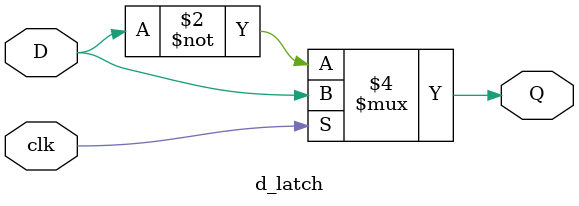
<source format=v>
`timescale 1ns / 1ps

module d_latch (
    input wire D,
    input wire clk,
    output reg Q
);

    always @ (clk or D) begin
        if (clk) begin
            Q <= D;
        end else begin
            Q <= ~D;
        end
    end
endmodule
</source>
